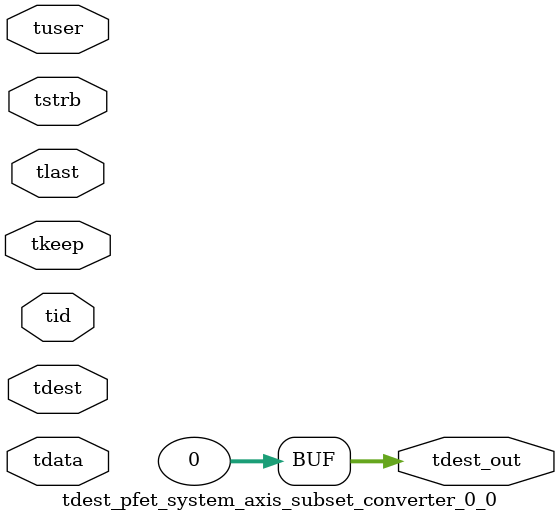
<source format=v>


`timescale 1ps/1ps

module tdest_pfet_system_axis_subset_converter_0_0 #
(
parameter C_S_AXIS_TDATA_WIDTH = 32,
parameter C_S_AXIS_TUSER_WIDTH = 0,
parameter C_S_AXIS_TID_WIDTH   = 0,
parameter C_S_AXIS_TDEST_WIDTH = 0,
parameter C_M_AXIS_TDEST_WIDTH = 32
)
(
input  [(C_S_AXIS_TDATA_WIDTH == 0 ? 1 : C_S_AXIS_TDATA_WIDTH)-1:0     ] tdata,
input  [(C_S_AXIS_TUSER_WIDTH == 0 ? 1 : C_S_AXIS_TUSER_WIDTH)-1:0     ] tuser,
input  [(C_S_AXIS_TID_WIDTH   == 0 ? 1 : C_S_AXIS_TID_WIDTH)-1:0       ] tid,
input  [(C_S_AXIS_TDEST_WIDTH == 0 ? 1 : C_S_AXIS_TDEST_WIDTH)-1:0     ] tdest,
input  [(C_S_AXIS_TDATA_WIDTH/8)-1:0 ] tkeep,
input  [(C_S_AXIS_TDATA_WIDTH/8)-1:0 ] tstrb,
input                                                                    tlast,
output [C_M_AXIS_TDEST_WIDTH-1:0] tdest_out
);

assign tdest_out = {1'b0};

endmodule


</source>
